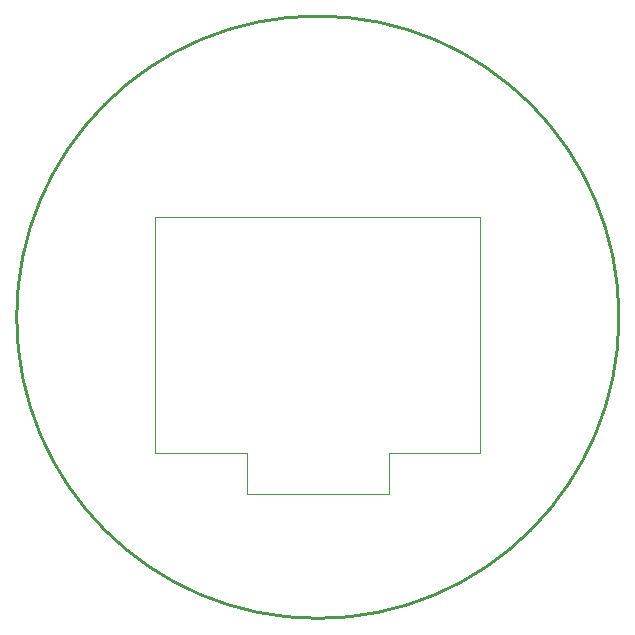
<source format=gm1>
%FSLAX24Y24*%
%MOIN*%
G70*
G01*
G75*
G04 Layer_Color=16711935*
%ADD10R,0.0315X0.0315*%
%ADD11P,0.0445X4X337.5*%
%ADD12P,0.0445X4X360.0*%
%ADD13P,0.0445X4X382.5*%
%ADD14R,0.0315X0.0315*%
%ADD15P,0.0445X4X67.5*%
%ADD16P,0.0445X4X90.0*%
%ADD17P,0.0445X4X112.5*%
%ADD18C,0.0004*%
%ADD19C,0.0600*%
%ADD20C,0.0680*%
%ADD21C,0.0100*%
%ADD22C,0.0039*%
D21*
X10039Y0D02*
G03*
X10039Y0I-10039J0D01*
G01*
D22*
X-5423Y-4528D02*
Y3346D01*
Y-4528D02*
X-2362D01*
Y-5906D02*
Y-4528D01*
Y-5906D02*
X2362D01*
Y-4528D01*
X5413D01*
Y3346D01*
X-5423D02*
X5413D01*
M02*

</source>
